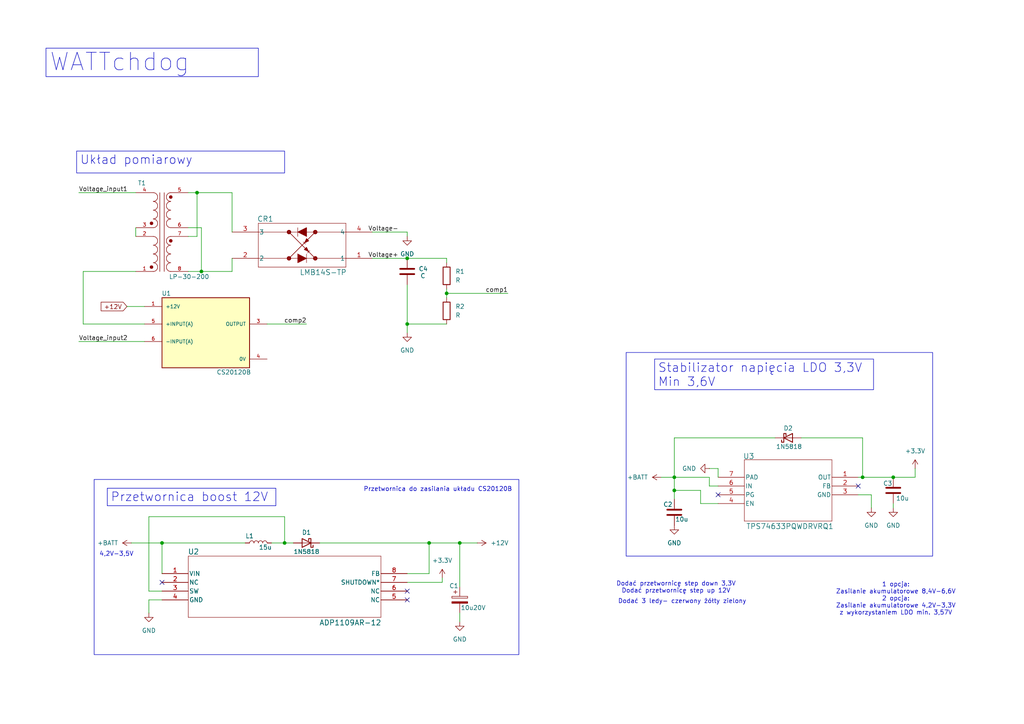
<source format=kicad_sch>
(kicad_sch (version 20250114) (generator "eeschema") (generator_version "9.0")
  (paper "A4")
  (lib_symbols
    (symbol "Device:C" (pin_numbers (hide yes)) (pin_names (offset 0.254))
      (property "Reference" "C" (at 0.635 2.54 0))
      (property "Value" "C" (at 0.635 -2.54 0))
      (symbol "C_0_1"
        (polyline (pts (xy -2.032 0.762) (xy 2.032 0.762)) (stroke (width 0.508)))
        (polyline (pts (xy -2.032 -0.762) (xy 2.032 -0.762)) (stroke (width 0.508)))
      )
      (symbol "C_1_1"
        (pin passive line (at 0 3.81 270) (length 2.794) (name "~") (number "1"))
        (pin passive line (at 0 -3.81 90) (length 2.794) (name "~") (number "2"))
      )
    )
    (symbol "Device:C_Polarized" (pin_numbers (hide yes)) (pin_names (offset 0.254))
      (property "Reference" "C" (at 0.635 2.54 0))
      (property "Value" "C_Polarized" (at 0.635 -2.54 0))
      (symbol "C_Polarized_0_1"
        (rectangle (start -2.286 0.508) (end 2.286 1.016))
        (polyline (pts (xy -1.778 2.286) (xy -0.762 2.286)))
        (polyline (pts (xy -1.27 2.794) (xy -1.27 1.778)))
        (rectangle (start 2.286 -0.508) (end -2.286 -1.016) (fill (type outline)))
      )
      (symbol "C_Polarized_1_1"
        (pin passive line (at 0 3.81 270) (length 2.794) (name "~") (number "1"))
        (pin passive line (at 0 -3.81 90) (length 2.794) (name "~") (number "2"))
      )
    )
    (symbol "Device:L" (pin_numbers (hide yes)) (pin_names (offset 1.016) (hide yes))
      (property "Reference" "L" (at -1.27 0 90))
      (property "Value" "L" (at 1.905 0 90))
      (symbol "L_0_1"
        (arc (start 0 2.54) (mid 0.6323 1.905) (end 0 1.27))
        (arc (start 0 1.27) (mid 0.6323 0.635) (end 0 0))
        (arc (start 0 0) (mid 0.6323 -0.635) (end 0 -1.27))
        (arc (start 0 -1.27) (mid 0.6323 -1.905) (end 0 -2.54))
      )
      (symbol "L_1_1"
        (pin passive line (at 0 3.81 270) (length 1.27) (name "1") (number "1"))
        (pin passive line (at 0 -3.81 90) (length 1.27) (name "2") (number "2"))
      )
    )
    (symbol "Device:R" (pin_numbers (hide yes)) (pin_names (offset 0))
      (property "Reference" "R" (at 2.032 0 90))
      (property "Value" "R" (at 0 0 90))
      (symbol "R_0_1"
        (rectangle (start -1.016 -2.54) (end 1.016 2.54) (stroke (width 0.254)))
      )
      (symbol "R_1_1"
        (pin passive line (at 0 3.81 270) (length 1.27) (name "~") (number "1"))
        (pin passive line (at 0 -3.81 90) (length 1.27) (name "~") (number "2"))
      )
    )
    (symbol "Diode:1N5818" (pin_numbers (hide yes)) (pin_names (offset 1.016) (hide yes))
      (property "Reference" "D" (at 0 2.54 0))
      (property "Value" "1N5818" (at 0 -2.54 0))
      (symbol "1N5818_0_1"
        (polyline (pts (xy -1.905 0.635) (xy -1.905 1.27) (xy -1.27 1.27) (xy -1.27 -1.27) (xy -0.635 -1.27) (xy -0.635 -0.635)) (stroke (width 0.254)))
        (polyline (pts (xy 1.27 1.27) (xy 1.27 -1.27) (xy -1.27 0) (xy 1.27 1.27)) (stroke (width 0.254)))
        (polyline (pts (xy 1.27 0) (xy -1.27 0)))
      )
      (symbol "1N5818_1_1"
        (pin passive line (at -3.81 0 0) (length 2.54) (name "K") (number "1"))
        (pin passive line (at 3.81 0 180) (length 2.54) (name "A") (number "2"))
      )
    )
    (symbol "WATTchdog:ADP1109AR-12" (pin_names (offset 0.254))
      (property "Reference" "U" (at 35.56 10.16 0))
      (property "Value" "ADP1109AR-12" (at 35.56 7.62 0))
      (symbol "ADP1109AR-12_0_1"
        (polyline (pts (xy 7.62 5.08) (xy 7.62 -12.7)) (stroke (width 0.127)))
        (polyline (pts (xy 7.62 -12.7) (xy 63.5 -12.7)) (stroke (width 0.127)))
        (polyline (pts (xy 63.5 5.08) (xy 7.62 5.08)) (stroke (width 0.127)))
        (polyline (pts (xy 63.5 -12.7) (xy 63.5 5.08)) (stroke (width 0.127)))
        (pin unspecified line (at 0 0 0) (length 7.62) (name "VIN") (number "1"))
        (pin unspecified line (at 0 -2.54 0) (length 7.62) (name "NC") (number "2"))
        (pin unspecified line (at 0 -5.08 0) (length 7.62) (name "SW") (number "3"))
        (pin unspecified line (at 0 -7.62 0) (length 7.62) (name "GND") (number "4"))
        (pin unspecified line (at 71.12 0 180) (length 7.62) (name "FB") (number "8"))
        (pin unspecified line (at 71.12 -2.54 180) (length 7.62) (name "SHUTDOWN*") (number "7"))
        (pin unspecified line (at 71.12 -5.08 180) (length 7.62) (name "NC") (number "6"))
        (pin unspecified line (at 71.12 -7.62 180) (length 7.62) (name "NC") (number "5"))
      )
    )
    (symbol "WATTchdog:CS2012U" (pin_names (offset 1.016))
      (property "Reference" "U" (at -12.7 10.922 0))
      (property "Value" "CS2012U" (at -12.7 -12.7 0))
      (symbol "CS2012U_0_0"
        (rectangle (start -12.7 -10.16) (end 12.7 10.16) (stroke (width 0.254)) (fill (type background)))
        (pin power_in line (at -17.78 7.62 0) (length 5.08) (name "+12V") (number "1"))
        (pin input line (at -17.78 2.54 0) (length 5.08) (name "+INPUT(A)") (number "5"))
        (pin input line (at -17.78 -2.54 0) (length 5.08) (name "-INPUT(A)") (number "6"))
        (pin output line (at 17.78 2.54 180) (length 5.08) (name "OUTPUT") (number "3"))
        (pin power_in line (at 17.78 -7.62 180) (length 5.08) (name "0V") (number "4"))
      )
    )
    (symbol "WATTchdog:LMB14S-TP" (pin_names (offset 0.254))
      (property "Reference" "CR" (at 20.32 7.62 0))
      (property "Value" "LMB14S-TP" (at 20.32 5.08 0))
      (symbol "LMB14S-TP_0_1"
        (polyline (pts (xy 7.62 2.54) (xy 7.62 -10.16)) (stroke (width 0.127)))
        (polyline (pts (xy 7.62 0) (xy 33.02 0)) (stroke (width 0.127)))
        (polyline (pts (xy 7.62 -7.62) (xy 33.02 -7.62)) (stroke (width 0.127)))
        (polyline (pts (xy 7.62 -10.16) (xy 33.02 -10.16)) (stroke (width 0.127)))
        (polyline (pts (xy 16.51 0) (xy 24.13 -7.62)) (stroke (width 0.127)))
        (polyline (pts (xy 16.51 0) (xy 24.13 -7.62)) (stroke (width 0.127)))
        (circle (center 16.51 0) (radius 0.127) (stroke (width 0.508)))
        (polyline (pts (xy 16.51 -7.62) (xy 24.13 0)) (stroke (width 0.127)))
        (circle (center 16.51 -7.62) (radius 0.127) (stroke (width 0.508)))
        (polyline (pts (xy 18.415 -1.905) (xy 19.05 -3.175)) (stroke (width 0.127)))
        (polyline (pts (xy 18.415 -1.905) (xy 19.05 -3.175) (xy 19.685 -2.54)) (fill (type outline)))
        (polyline (pts (xy 18.415 -5.08) (xy 19.05 -5.715)) (stroke (width 0.127)))
        (polyline (pts (xy 18.415 -5.08) (xy 19.685 -4.445)) (stroke (width 0.127)))
        (polyline (pts (xy 18.7325 -1.5875) (xy 18.0975 -2.2225)) (stroke (width 0.127)))
        (polyline (pts (xy 19.05 1.27) (xy 19.05 -1.27)) (stroke (width 0.127)))
        (polyline (pts (xy 19.05 0) (xy 21.59 1.27)) (stroke (width 0.127)))
        (polyline (pts (xy 19.05 0) (xy 21.59 1.27) (xy 21.59 -1.27)) (fill (type outline)))
        (polyline (pts (xy 19.05 -3.175) (xy 19.685 -2.54)) (stroke (width 0.127)))
        (polyline (pts (xy 19.05 -6.35) (xy 19.05 -8.89)) (stroke (width 0.127)))
        (polyline (pts (xy 19.05 -6.35) (xy 19.05 -8.89) (xy 21.59 -7.62)) (fill (type outline)))
        (polyline (pts (xy 19.3675 -4.1275) (xy 20.0025 -4.7625)) (stroke (width 0.127)))
        (polyline (pts (xy 19.685 -2.54) (xy 18.415 -1.905)) (stroke (width 0.127)))
        (polyline (pts (xy 19.685 -4.445) (xy 19.05 -5.715)) (stroke (width 0.127)))
        (polyline (pts (xy 19.685 -4.445) (xy 18.415 -5.08) (xy 19.05 -5.715)) (fill (type outline)))
        (polyline (pts (xy 21.59 1.27) (xy 21.59 -1.27)) (stroke (width 0.127)))
        (polyline (pts (xy 21.59 -1.27) (xy 19.05 0)) (stroke (width 0.127)))
        (polyline (pts (xy 21.59 -7.62) (xy 19.05 -6.35)) (stroke (width 0.127)))
        (polyline (pts (xy 21.59 -7.62) (xy 19.05 -8.89)) (stroke (width 0.127)))
        (polyline (pts (xy 21.59 -8.89) (xy 21.59 -6.35)) (stroke (width 0.127)))
        (polyline (pts (xy 24.13 0) (xy 16.51 -7.62)) (stroke (width 0.127)))
        (circle (center 24.13 0) (radius 0.127) (stroke (width 0.508)))
        (circle (center 24.13 -7.62) (radius 0.127) (stroke (width 0.508)))
        (polyline (pts (xy 33.02 2.54) (xy 7.62 2.54)) (stroke (width 0.127)))
        (polyline (pts (xy 33.02 -10.16) (xy 33.02 2.54)) (stroke (width 0.127)))
        (pin unspecified line (at 0 0 0) (length 7.62) (name "1") (number "1"))
        (pin unspecified line (at 0 -7.62 0) (length 7.62) (name "4") (number "4"))
        (pin unspecified line (at 40.64 0 180) (length 7.62) (name "2") (number "2"))
        (pin unspecified line (at 40.64 -7.62 180) (length 7.62) (name "3") (number "3"))
      )
    )
    (symbol "WATTchdog:LP-30-200" (pin_names (offset 1.016))
      (property "Reference" "T" (at -5.097 11.1964 0))
      (property "Value" "LP-30-200" (at -4.8334 -14.9941 0))
      (symbol "LP-30-200_0_0"
        (circle (center -3.048 1.27) (radius 0.254) (stroke (width 0.508)))
        (circle (center -3.048 -11.43) (radius 0.254) (stroke (width 0.508)))
        (arc (start -2.54 10.16) (mid -1.2755 8.89) (end -2.54 7.62) (stroke (width 0.1524)))
        (arc (start -2.54 7.62) (mid -1.2755 6.35) (end -2.54 5.08) (stroke (width 0.1524)))
        (arc (start -2.54 5.08) (mid -1.2755 3.81) (end -2.54 2.54) (stroke (width 0.1524)))
        (arc (start -2.54 2.54) (mid -1.2755 1.27) (end -2.54 0) (stroke (width 0.1524)))
        (arc (start -2.54 -2.54) (mid -1.2755 -3.81) (end -2.54 -5.08) (stroke (width 0.1524)))
        (arc (start -2.54 -5.08) (mid -1.2755 -6.35) (end -2.54 -7.62) (stroke (width 0.1524)))
        (arc (start -2.54 -7.62) (mid -1.2755 -8.89) (end -2.54 -10.16) (stroke (width 0.1524)))
        (arc (start -2.54 -10.16) (mid -1.2755 -11.43) (end -2.54 -12.7) (stroke (width 0.1524)))
        (polyline (pts (xy -0.635 10.16) (xy -0.635 -12.7)) (stroke (width 0.1524)))
        (polyline (pts (xy 0.635 10.16) (xy 0.635 -12.7)) (stroke (width 0.1524)))
        (circle (center 2.54 8.89) (radius 0.254) (stroke (width 0.508)))
        (circle (center 2.54 -3.81) (radius 0.254) (stroke (width 0.508)))
        (arc (start 2.54 7.62) (mid 1.2755 8.89) (end 2.54 10.16) (stroke (width 0.1524)))
        (arc (start 2.54 5.08) (mid 1.2755 6.35) (end 2.54 7.62) (stroke (width 0.1524)))
        (arc (start 2.54 2.54) (mid 1.2755 3.81) (end 2.54 5.08) (stroke (width 0.1524)))
        (arc (start 2.54 0) (mid 1.2755 1.27) (end 2.54 2.54) (stroke (width 0.1524)))
        (arc (start 2.54 -5.08) (mid 1.2755 -3.81) (end 2.54 -2.54) (stroke (width 0.1524)))
        (arc (start 2.54 -7.62) (mid 1.2755 -6.35) (end 2.54 -5.08) (stroke (width 0.1524)))
        (arc (start 2.54 -10.16) (mid 1.2755 -8.89) (end 2.54 -7.62) (stroke (width 0.1524)))
        (arc (start 2.54 -12.7) (mid 1.2755 -11.43) (end 2.54 -10.16) (stroke (width 0.1524)))
        (pin passive line (at -7.62 10.16 0) (length 5.08) (name "~") (number "4"))
        (pin passive line (at -7.62 0 0) (length 5.08) (name "~") (number "3"))
        (pin passive line (at -7.62 -2.54 0) (length 5.08) (name "~") (number "2"))
        (pin passive line (at -7.62 -12.7 0) (length 5.08) (name "~") (number "1"))
        (pin passive line (at 7.62 10.16 180) (length 5.08) (name "~") (number "5"))
        (pin passive line (at 7.62 0 180) (length 5.08) (name "~") (number "6"))
        (pin passive line (at 7.62 -2.54 180) (length 5.08) (name "~") (number "7"))
        (pin passive line (at 7.62 -12.7 180) (length 5.08) (name "~") (number "8"))
      )
    )
    (symbol "WATTchdog:TPS74633PQWDRVRQ1" (pin_names (offset 0.254))
      (property "Reference" "U" (at 20.32 10.16 0))
      (property "Value" "TPS74633PQWDRVRQ1" (at 20.32 7.62 0))
      (symbol "TPS74633PQWDRVRQ1_0_1"
        (polyline (pts (xy 7.62 5.08) (xy 7.62 -12.7)) (stroke (width 0.127)))
        (polyline (pts (xy 7.62 -12.7) (xy 33.02 -12.7)) (stroke (width 0.127)))
        (polyline (pts (xy 33.02 5.08) (xy 7.62 5.08)) (stroke (width 0.127)))
        (polyline (pts (xy 33.02 -12.7) (xy 33.02 5.08)) (stroke (width 0.127)))
        (pin output line (at 0 0 0) (length 7.62) (name "OUT") (number "1"))
        (pin unspecified line (at 0 -2.54 0) (length 7.62) (name "FB") (number "2"))
        (pin power_out line (at 0 -5.08 0) (length 7.62) (name "GND") (number "3"))
        (pin power_out line (at 40.64 0 180) (length 7.62) (name "PAD") (number "7"))
        (pin input line (at 40.64 -2.54 180) (length 7.62) (name "IN") (number "6"))
        (pin unspecified line (at 40.64 -5.08 180) (length 7.62) (name "PG") (number "5"))
        (pin unspecified line (at 40.64 -7.62 180) (length 7.62) (name "EN") (number "4"))
      )
    )
    (symbol "power:+12V" (power) (pin_numbers (hide yes)) (pin_names (offset 0) (hide yes))
      (property "Value" "+12V" (at 0 3.556 0))
      (symbol "+12V_0_1"
        (polyline (pts (xy -0.762 1.27) (xy 0 2.54)))
        (polyline (pts (xy 0 2.54) (xy 0.762 1.27)))
        (polyline (pts (xy 0 0) (xy 0 2.54)))
      )
      (symbol "+12V_1_1"
        (pin power_in line (at 0 0 90) (length 0) (name "~") (number "1"))
      )
    )
    (symbol "power:+3.3V" (power) (pin_numbers (hide yes)) (pin_names (offset 0) (hide yes))
      (property "Value" "+3.3V" (at 0 3.556 0))
      (symbol "+3.3V_0_1"
        (polyline (pts (xy -0.762 1.27) (xy 0 2.54)))
        (polyline (pts (xy 0 2.54) (xy 0.762 1.27)))
        (polyline (pts (xy 0 0) (xy 0 2.54)))
      )
      (symbol "+3.3V_1_1"
        (pin power_in line (at 0 0 90) (length 0) (name "~") (number "1"))
      )
    )
    (symbol "power:+BATT" (power) (pin_numbers (hide yes)) (pin_names (offset 0) (hide yes))
      (property "Value" "+BATT" (at 0 3.556 0))
      (symbol "+BATT_0_1"
        (polyline (pts (xy -0.762 1.27) (xy 0 2.54)))
        (polyline (pts (xy 0 2.54) (xy 0.762 1.27)))
        (polyline (pts (xy 0 0) (xy 0 2.54)))
      )
      (symbol "+BATT_1_1"
        (pin power_in line (at 0 0 90) (length 0) (name "~") (number "1"))
      )
    )
    (symbol "power:GND" (power) (pin_numbers (hide yes)) (pin_names (offset 0) (hide yes))
      (property "Value" "GND" (at 0 -3.81 0))
      (symbol "GND_0_1"
        (polyline (pts (xy 0 0) (xy 0 -1.27) (xy 1.27 -1.27) (xy 0 -2.54) (xy -1.27 -1.27) (xy 0 -1.27)))
      )
      (symbol "GND_1_1"
        (pin power_in line (at 0 0 270) (length 0) (name "~") (number "1"))
      )
    )
  )
  (rectangle (start 27.305 139.065) (end 150.495 189.865))
  (rectangle (start 181.61 102.235) (end 270.51 161.29))
  (text "Dodać przetwornicę step down 3,3V\nDodać przetwornicę step up 12V" (at 196.088 170.434 0) (effects (font (size 1.27 1.27))))
  (text "1 opcja:\nZasilanie akumulatorowe 8,4V-6,6V\n2 opcja:\nZasilanie akumulatorowe 4,2V-3,3V\nz wykorzystaniem LDO min. 3,57V" (at 259.842 173.736 0) (effects (font (size 1.27 1.27))))
  (text "Dodać 3 ledy- czerwony żółty zielony" (at 197.866 174.498 0) (effects (font (size 1.27 1.27))))
  (text "4,2V-3,5V" (at 33.782 160.782 0) (effects (font (size 1.27 1.27))))
  (text "Przetwornica do zasilania układu CS20120B" (at 127 141.986 0) (effects (font (size 1.27 1.27))))
  (text_box "Układ pomiarowy" (at 22.225 43.815 0) (size 60.325 6.35) (margins 0.9525 0.9525 0.9525 0.9525) (effects (font (size 2.54 2.54)) (justify left top)))
  (text_box "Przetwornica boost 12V" (at 31.115 141.605 0) (size 48.895 5.08) (margins 0.9525 0.9525 0.9525 0.9525) (effects (font (size 2.54 2.54)) (justify left top)))
  (text_box "Stabilizator napięcia LDO 3,3V\nMin 3,6V" (at 189.865 104.14 0) (size 63.5 8.89) (margins 0.9525 0.9525 0.9525 0.9525) (effects (font (size 2.54 2.54)) (justify left top)))
  (text_box "WATTchdog" (at 13.335 13.97 0) (size 61.595 8.255) (margins 0.9525 0.9525 0.9525 0.9525) (effects (font (size 5.08 5.08)) (justify left top)))
  (junction (at 57.15 55.88))
  (junction (at 259.08 138.43))
  (junction (at 118.11 93.98))
  (junction (at 195.58 138.43))
  (junction (at 250.19 138.43))
  (junction (at 58.42 78.74))
  (junction (at 133.35 157.48))
  (junction (at 124.46 157.48))
  (junction (at 82.55 157.48))
  (junction (at 118.11 74.93))
  (junction (at 195.58 142.24))
  (junction (at 129.54 85.09))
  (junction (at 46.99 157.48))
  (no_connect (at 208.28 143.51))
  (no_connect (at 118.11 171.45))
  (no_connect (at 46.99 168.91))
  (no_connect (at 248.92 140.97))
  (no_connect (at 118.11 173.99))
  (wire (pts (xy 57.15 55.88) (xy 57.15 68.58)))
  (wire (pts (xy 118.11 93.98) (xy 129.54 93.98)))
  (wire (pts (xy 82.55 157.48) (xy 85.09 157.48)))
  (wire (pts (xy 78.74 157.48) (xy 82.55 157.48)))
  (wire (pts (xy 118.11 93.98) (xy 118.11 96.52)))
  (wire (pts (xy 250.19 138.43) (xy 248.92 138.43)))
  (wire (pts (xy 46.99 173.99) (xy 43.18 173.99)))
  (wire (pts (xy 203.2 146.05) (xy 203.2 142.24)))
  (wire (pts (xy 129.54 85.09) (xy 129.54 86.36)))
  (wire (pts (xy 265.43 138.43) (xy 259.08 138.43)))
  (wire (pts (xy 24.13 93.98) (xy 24.13 78.74)))
  (wire (pts (xy 208.28 146.05) (xy 203.2 146.05)))
  (wire (pts (xy 205.74 138.43) (xy 195.58 138.43)))
  (wire (pts (xy 107.95 74.93) (xy 118.11 74.93)))
  (wire (pts (xy 252.73 143.51) (xy 252.73 147.32)))
  (wire (pts (xy 77.47 93.98) (xy 88.9 93.98)))
  (wire (pts (xy 118.11 166.37) (xy 124.46 166.37)))
  (wire (pts (xy 41.91 93.98) (xy 24.13 93.98)))
  (wire (pts (xy 133.35 177.8) (xy 133.35 180.34)))
  (wire (pts (xy 43.18 149.86) (xy 82.55 149.86)))
  (wire (pts (xy 129.54 85.09) (xy 147.32 85.09)))
  (wire (pts (xy 124.46 166.37) (xy 124.46 157.48)))
  (wire (pts (xy 82.55 149.86) (xy 82.55 157.48)))
  (wire (pts (xy 118.11 67.31) (xy 118.11 68.58)))
  (wire (pts (xy 248.92 143.51) (xy 252.73 143.51)))
  (wire (pts (xy 232.41 127) (xy 250.19 127)))
  (wire (pts (xy 195.58 138.43) (xy 195.58 142.24)))
  (wire (pts (xy 46.99 157.48) (xy 71.12 157.48)))
  (wire (pts (xy 24.13 78.74) (xy 39.37 78.74)))
  (wire (pts (xy 195.58 142.24) (xy 195.58 144.78)))
  (wire (pts (xy 259.08 146.05) (xy 259.08 147.32)))
  (wire (pts (xy 208.28 135.89) (xy 208.28 138.43)))
  (wire (pts (xy 191.77 138.43) (xy 195.58 138.43)))
  (wire (pts (xy 22.86 55.88) (xy 39.37 55.88)))
  (wire (pts (xy 205.74 140.97) (xy 205.74 138.43)))
  (wire (pts (xy 58.42 78.74) (xy 54.61 78.74)))
  (wire (pts (xy 208.28 140.97) (xy 205.74 140.97)))
  (wire (pts (xy 195.58 127) (xy 195.58 138.43)))
  (wire (pts (xy 118.11 82.55) (xy 118.11 93.98)))
  (wire (pts (xy 129.54 76.2) (xy 129.54 74.93)))
  (wire (pts (xy 58.42 78.74) (xy 67.31 78.74)))
  (wire (pts (xy 92.71 157.48) (xy 124.46 157.48)))
  (wire (pts (xy 67.31 67.31) (xy 67.31 55.88)))
  (wire (pts (xy 54.61 66.04) (xy 58.42 66.04)))
  (wire (pts (xy 128.27 168.91) (xy 128.27 167.64)))
  (wire (pts (xy 67.31 55.88) (xy 57.15 55.88)))
  (wire (pts (xy 118.11 67.31) (xy 107.95 67.31)))
  (wire (pts (xy 124.46 157.48) (xy 133.35 157.48)))
  (wire (pts (xy 22.86 99.06) (xy 41.91 99.06)))
  (wire (pts (xy 43.18 171.45) (xy 43.18 149.86)))
  (wire (pts (xy 208.28 135.89) (xy 205.74 135.89)))
  (wire (pts (xy 39.37 66.04) (xy 39.37 68.58)))
  (wire (pts (xy 133.35 157.48) (xy 138.43 157.48)))
  (wire (pts (xy 133.35 157.48) (xy 133.35 170.18)))
  (wire (pts (xy 38.1 157.48) (xy 46.99 157.48)))
  (wire (pts (xy 259.08 138.43) (xy 250.19 138.43)))
  (wire (pts (xy 250.19 127) (xy 250.19 138.43)))
  (wire (pts (xy 129.54 74.93) (xy 118.11 74.93)))
  (wire (pts (xy 57.15 55.88) (xy 54.61 55.88)))
  (wire (pts (xy 54.61 68.58) (xy 57.15 68.58)))
  (wire (pts (xy 36.83 88.9) (xy 41.91 88.9)))
  (wire (pts (xy 203.2 142.24) (xy 195.58 142.24)))
  (wire (pts (xy 265.43 135.89) (xy 265.43 138.43)))
  (wire (pts (xy 43.18 173.99) (xy 43.18 177.8)))
  (wire (pts (xy 224.79 127) (xy 195.58 127)))
  (wire (pts (xy 67.31 78.74) (xy 67.31 74.93)))
  (wire (pts (xy 46.99 171.45) (xy 43.18 171.45)))
  (wire (pts (xy 118.11 168.91) (xy 128.27 168.91)))
  (wire (pts (xy 58.42 66.04) (xy 58.42 78.74)))
  (wire (pts (xy 46.99 157.48) (xy 46.99 166.37)))
  (wire (pts (xy 129.54 83.82) (xy 129.54 85.09)))
  (label "Voltage-" (at 115.57 67.31 180))
  (label "Voltage_input2" (at 22.86 99.06 0))
  (label "Voltage_input1" (at 22.86 55.88 0))
  (label "comp2" (at 88.9 93.98 180))
  (label "comp1" (at 147.32 85.09 180))
  (label "Voltage+" (at 115.57 74.93 180))
  (global_label "+12V" (shape input) (at 36.83 88.9 180) (property "Intersheetrefs" "${INTERSHEET_REFS}" (effects (hide yes))))
  (symbol (lib_id "power:+12V") (at 138.43 157.48 270) (unit 1)
    (property "Reference" "#PWR03" (effects (hide yes)))
    (property "Value" "+12V" (at 142.24 157.4799 90) (effects (justify left)))
    (property "Description" "Power symbol creates a global label with name \"+12V\"" (effects (hide yes)))
  )
  (symbol (lib_id "WATTchdog:CS2012U") (at 59.69 96.52 0) (unit 1)
    (property "Reference" "U1" (at 48.26 85.09 0))
    (property "Value" "CS20120B" (at 67.818 107.95 0))
    (property "Footprint" "CS2012U:XDCR_CS2012U" (effects (hide yes)))
    (property "Datasheet" "https://www.digikey.pl/pl/products/detail/same-sky-formerly-cui-devices/CS20120B/10463373" (effects (hide yes)))
    (property "PARTREV" "A" (effects (hide yes)))
    (property "STANDARD" "Manufacturer Recommendations" (effects (hide yes)))
    (property "MANUFACTURER" "CUI Inc" (effects (hide yes)))
  )
  (symbol (lib_id "Device:C") (at 195.58 148.59 0) (mirror y) (unit 1)
    (property "Reference" "C2" (at 195.072 146.304 0) (effects (justify left)))
    (property "Value" "10u" (at 199.644 150.622 0) (effects (justify left)))
    (property "Description" "Unpolarized capacitor" (effects (hide yes)))
  )
  (symbol (lib_id "WATTchdog:LMB14S-TP") (at 107.95 74.93 180) (unit 1)
    (property "Reference" "CR1" (at 76.962 63.5 0) (effects (font (size 1.524 1.524))))
    (property "Value" "LMB14S-TP" (at 93.726 78.994 0) (effects (font (size 1.524 1.524))))
    (property "Footprint" "LMBS-1_MCE" (effects (hide yes)))
    (property "Datasheet" "https://www.digikey.pl/pl/products/detail/mcc-micro-commercial-components/LMB14S-TP/10398851" (effects (hide yes)))
  )
  (symbol (lib_id "power:GND") (at 259.08 147.32 0) (mirror y) (unit 1)
    (property "Reference" "#PWR09" (effects (hide yes)))
    (property "Value" "GND" (at 259.08 152.4 0))
    (property "Description" "Power symbol creates a global label with name \"GND\" , ground" (effects (hide yes)))
  )
  (symbol (lib_id "Device:R") (at 129.54 80.01 0) (unit 1)
    (property "Reference" "R1" (at 132.08 78.7399 0) (effects (justify left)))
    (property "Value" "R" (at 132.08 81.2799 0) (effects (justify left)))
    (property "Description" "Resistor" (effects (hide yes)))
  )
  (symbol (lib_id "Diode:1N5818") (at 228.6 127 0) (mirror x) (unit 1)
    (property "Reference" "D2" (at 228.6 124.206 0))
    (property "Value" "1N5818" (at 228.854 129.54 0))
    (property "Footprint" "Diode_THT:D_DO-41_SOD81_P10.16mm_Horizontal" (effects (hide yes)))
    (property "Datasheet" "http://www.vishay.com/docs/88525/1n5817.pdf" (effects (hide yes)))
    (property "Description" "30V 1A Schottky Barrier Rectifier Diode, DO-41" (effects (hide yes)))
  )
  (symbol (lib_id "WATTchdog:TPS74633PQWDRVRQ1") (at 248.92 138.43 0) (mirror y) (unit 1)
    (property "Reference" "U3" (at 217.17 132.334 0) (effects (font (size 1.524 1.524))))
    (property "Value" "TPS74633PQWDRVRQ1" (at 229.108 152.654 0) (effects (font (size 1.524 1.524))))
    (property "Footprint" "WSON6_DRV_TEX" (effects (hide yes)))
    (property "Datasheet" "https://www.digikey.pl/pl/products/detail/texas-instruments/TPS74633PQWDRVRQ1/10715415" (effects (hide yes)))
  )
  (symbol (lib_id "WATTchdog:ADP1109AR-12") (at 46.99 166.37 0) (unit 1)
    (property "Reference" "U2" (at 56.134 160.02 0) (effects (font (size 1.524 1.524))))
    (property "Value" "ADP1109AR-12" (at 101.6 180.594 0) (effects (font (size 1.524 1.524))))
    (property "Footprint" "R_8_ADI" (effects (hide yes)))
    (property "Datasheet" "ADP1109AR-12" (effects (hide yes)))
  )
  (symbol (lib_id "Device:C") (at 118.11 78.74 0) (unit 1)
    (property "Reference" "C4" (at 121.412 77.978 0) (effects (justify left)))
    (property "Value" "C" (at 121.92 80.0099 0) (effects (justify left)))
    (property "Description" "Unpolarized capacitor" (effects (hide yes)))
  )
  (symbol (lib_id "power:GND") (at 118.11 96.52 0) (unit 1)
    (property "Reference" "#PWR012" (effects (hide yes)))
    (property "Value" "GND" (at 118.11 101.6 0))
    (property "Description" "Power symbol creates a global label with name \"GND\" , ground" (effects (hide yes)))
  )
  (symbol (lib_id "power:GND") (at 252.73 147.32 0) (mirror y) (unit 1)
    (property "Reference" "#PWR07" (effects (hide yes)))
    (property "Value" "GND" (at 252.73 152.4 0))
    (property "Description" "Power symbol creates a global label with name \"GND\" , ground" (effects (hide yes)))
  )
  (symbol (lib_id "Device:C") (at 259.08 142.24 0) (mirror y) (unit 1)
    (property "Reference" "C3" (at 258.826 140.208 0) (effects (justify left)))
    (property "Value" "10u" (at 263.652 144.526 0) (effects (justify left)))
    (property "Description" "Unpolarized capacitor" (effects (hide yes)))
  )
  (symbol (lib_id "Device:C_Polarized") (at 133.35 173.99 0) (unit 1)
    (property "Reference" "C1" (at 130.302 169.926 0) (effects (justify left)))
    (property "Value" "10u20V" (at 133.604 176.276 0) (effects (justify left)))
    (property "Footprint" "Capacitor_SMD:CP_Elec_5x5.9" (effects (hide yes)))
    (property "Datasheet" "https://www.digikey.pl/pl/products/detail/panasonic-electronic-components/20SVPA10M/9094588" (effects (hide yes)))
    (property "Description" "Polarized capacitor" (effects (hide yes)))
  )
  (symbol (lib_id "power:+BATT") (at 38.1 157.48 90) (unit 1)
    (property "Reference" "#PWR04" (effects (hide yes)))
    (property "Value" "+BATT" (at 34.29 157.4799 90) (effects (justify left)))
    (property "Description" "Power symbol creates a global label with name \"+BATT\"" (effects (hide yes)))
  )
  (symbol (lib_id "power:GND") (at 133.35 180.34 0) (unit 1)
    (property "Reference" "#PWR02" (effects (hide yes)))
    (property "Value" "GND" (at 133.35 185.42 0))
    (property "Description" "Power symbol creates a global label with name \"GND\" , ground" (effects (hide yes)))
  )
  (symbol (lib_id "Device:L") (at 74.93 157.48 90) (unit 1)
    (property "Reference" "L1" (at 72.39 155.448 90))
    (property "Value" "15u" (at 76.962 158.75 90))
    (property "Footprint" "footprints_WATTchdog:IND_CLF6045T-150M-D" (effects (hide yes)))
    (property "Datasheet" "https://www.digikey.pl/pl/products/detail/tdk-corporation/CLF6045T-150M-D/4168116" (effects (hide yes)))
    (property "Description" "Inductor" (effects (hide yes)))
  )
  (symbol (lib_id "power:+BATT") (at 191.77 138.43 90) (unit 1)
    (property "Reference" "#PWR011" (effects (hide yes)))
    (property "Value" "+BATT" (at 187.96 138.4299 90) (effects (justify left)))
    (property "Description" "Power symbol creates a global label with name \"+BATT\"" (effects (hide yes)))
  )
  (symbol (lib_id "WATTchdog:LP-30-200") (at 46.99 66.04 0) (unit 1)
    (property "Reference" "T1" (at 41.148 53.086 0))
    (property "Value" "LP-30-200" (at 54.864 80.264 0))
    (property "Footprint" "LP-30-200:XFMR_LP-30-200" (effects (hide yes)))
    (property "PARTREV" "LP Series 12.19" (effects (hide yes)))
    (property "MANUFACTURER" "Signal Transformer" (effects (hide yes)))
    (property "MAXIMUM_PACKAGE_HEIGHT" "21.6mm" (effects (hide yes)))
    (property "STANDARD" "Manufacturer Recommendations" (effects (hide yes)))
  )
  (symbol (lib_id "power:+3.3V") (at 128.27 167.64 0) (unit 1)
    (property "Reference" "#PWR06" (effects (hide yes)))
    (property "Value" "+3.3V" (at 128.27 162.56 0))
    (property "Description" "Power symbol creates a global label with name \"+3.3V\"" (effects (hide yes)))
  )
  (symbol (lib_id "Device:R") (at 129.54 90.17 0) (unit 1)
    (property "Reference" "R2" (at 132.08 88.8999 0) (effects (justify left)))
    (property "Value" "R" (at 132.08 91.4399 0) (effects (justify left)))
    (property "Description" "Resistor" (effects (hide yes)))
  )
  (symbol (lib_id "power:GND") (at 118.11 68.58 0) (unit 1)
    (property "Reference" "#PWR013" (effects (hide yes)))
    (property "Value" "GND" (at 118.11 73.66 0))
    (property "Description" "Power symbol creates a global label with name \"GND\" , ground" (effects (hide yes)))
  )
  (symbol (lib_id "power:GND") (at 195.58 152.4 0) (mirror y) (unit 1)
    (property "Reference" "#PWR010" (effects (hide yes)))
    (property "Value" "GND" (at 195.58 157.48 0))
    (property "Description" "Power symbol creates a global label with name \"GND\" , ground" (effects (hide yes)))
  )
  (symbol (lib_id "power:GND") (at 205.74 135.89 270) (mirror x) (unit 1)
    (property "Reference" "#PWR08" (effects (hide yes)))
    (property "Value" "GND" (at 201.93 135.8899 90) (effects (justify right)))
    (property "Description" "Power symbol creates a global label with name \"GND\" , ground" (effects (hide yes)))
  )
  (symbol (lib_id "power:GND") (at 43.18 177.8 0) (unit 1)
    (property "Reference" "#PWR01" (effects (hide yes)))
    (property "Value" "GND" (at 43.18 182.88 0))
    (property "Description" "Power symbol creates a global label with name \"GND\" , ground" (effects (hide yes)))
  )
  (symbol (lib_id "power:+3.3V") (at 265.43 135.89 0) (mirror y) (unit 1)
    (property "Reference" "#PWR05" (effects (hide yes)))
    (property "Value" "+3.3V" (at 265.43 130.81 0))
    (property "Description" "Power symbol creates a global label with name \"+3.3V\"" (effects (hide yes)))
  )
  (symbol (lib_id "Diode:1N5818") (at 88.9 157.48 180) (unit 1)
    (property "Reference" "D1" (at 88.9 154.432 0))
    (property "Value" "1N5818" (at 88.9 160.02 0))
    (property "Footprint" "Diode_THT:D_DO-41_SOD81_P10.16mm_Horizontal" (effects (hide yes)))
    (property "Datasheet" "http://www.vishay.com/docs/88525/1n5817.pdf" (effects (hide yes)))
    (property "Description" "30V 1A Schottky Barrier Rectifier Diode, DO-41" (effects (hide yes)))
  )
)
</source>
